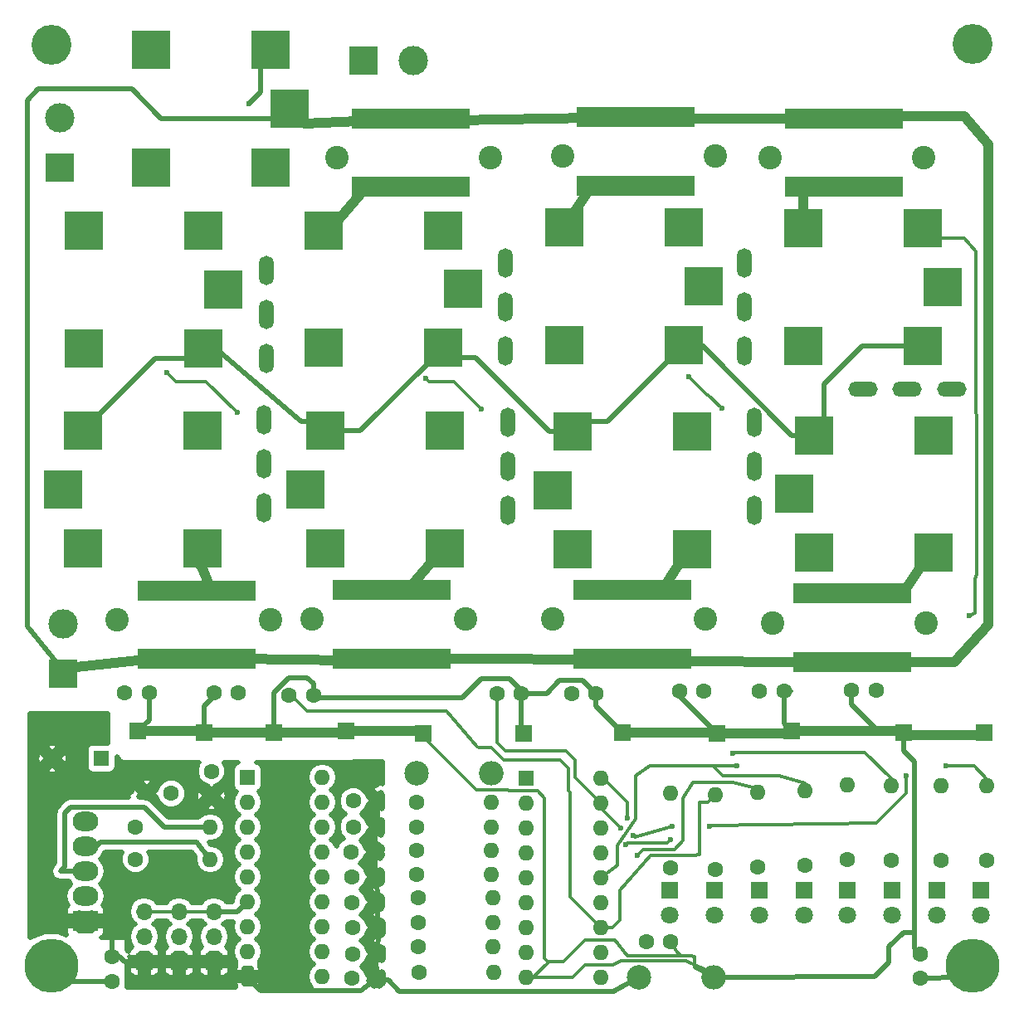
<source format=gbr>
G04 #@! TF.FileFunction,Copper,L1,Top,Signal*
%FSLAX46Y46*%
G04 Gerber Fmt 4.6, Leading zero omitted, Abs format (unit mm)*
G04 Created by KiCad (PCBNEW 4.0.7) date 09/11/18 13:09:52*
%MOMM*%
%LPD*%
G01*
G04 APERTURE LIST*
%ADD10C,0.100000*%
%ADD11R,1.800000X1.800000*%
%ADD12C,1.800000*%
%ADD13R,1.600000X1.600000*%
%ADD14O,1.600000X1.600000*%
%ADD15C,1.600000*%
%ADD16R,2.600000X2.000000*%
%ADD17O,2.600000X2.000000*%
%ADD18R,3.000000X3.000000*%
%ADD19C,3.000000*%
%ADD20R,1.700000X1.700000*%
%ADD21O,1.700000X1.700000*%
%ADD22C,4.064000*%
%ADD23C,5.500000*%
%ADD24C,1.700000*%
%ADD25R,12.000000X2.000000*%
%ADD26C,2.400000*%
%ADD27C,1.524000*%
%ADD28R,4.000000X4.000000*%
%ADD29O,1.500000X3.000000*%
%ADD30O,3.000000X1.500000*%
%ADD31C,2.500000*%
%ADD32O,2.500000X2.500000*%
%ADD33C,0.600000*%
%ADD34C,0.500000*%
%ADD35C,1.000000*%
%ADD36C,0.350000*%
G04 APERTURE END LIST*
D10*
D11*
X138811000Y-139319000D03*
D12*
X138811000Y-141859000D03*
D13*
X73025000Y-127762000D03*
D14*
X80645000Y-148082000D03*
X73025000Y-130302000D03*
X80645000Y-145542000D03*
X73025000Y-132842000D03*
X80645000Y-143002000D03*
X73025000Y-135382000D03*
X80645000Y-140462000D03*
X73025000Y-137922000D03*
X80645000Y-137922000D03*
X73025000Y-140462000D03*
X80645000Y-135382000D03*
X73025000Y-143002000D03*
X80645000Y-132842000D03*
X73025000Y-145542000D03*
X80645000Y-130302000D03*
X73025000Y-148082000D03*
X80645000Y-127762000D03*
D15*
X61595000Y-132842000D03*
D14*
X69215000Y-132842000D03*
D11*
X125222000Y-139319000D03*
D12*
X125222000Y-141859000D03*
D16*
X56494680Y-142438120D03*
D17*
X56494680Y-139898120D03*
X56494680Y-137358120D03*
X56494680Y-134818120D03*
X56494680Y-132278120D03*
D15*
X143764000Y-136271000D03*
D14*
X143764000Y-128651000D03*
D11*
X120650000Y-139319000D03*
D12*
X120650000Y-141859000D03*
D13*
X101473000Y-127889000D03*
D14*
X109093000Y-148209000D03*
X101473000Y-130429000D03*
X109093000Y-145669000D03*
X101473000Y-132969000D03*
X109093000Y-143129000D03*
X101473000Y-135509000D03*
X109093000Y-140589000D03*
X101473000Y-138049000D03*
X109093000Y-138049000D03*
X101473000Y-140589000D03*
X109093000Y-135509000D03*
X101473000Y-143129000D03*
X109093000Y-132969000D03*
X101473000Y-145669000D03*
X109093000Y-130429000D03*
X101473000Y-148209000D03*
X109093000Y-127889000D03*
D18*
X54203600Y-117195600D03*
D19*
X54203600Y-112115600D03*
D18*
X84836000Y-54610000D03*
D19*
X89916000Y-54610000D03*
D15*
X62992000Y-119126000D03*
X60492000Y-119126000D03*
X79756000Y-119380000D03*
X77256000Y-119380000D03*
X108585000Y-119253000D03*
X106085000Y-119253000D03*
X127762000Y-118973600D03*
X125262000Y-118973600D03*
X134670800Y-118859300D03*
X137170800Y-118859300D03*
X117094000Y-118973600D03*
X119594000Y-118973600D03*
X100965000Y-119189500D03*
X98465000Y-119189500D03*
X69596000Y-119126000D03*
X72096000Y-119126000D03*
X62738000Y-129413000D03*
X65238000Y-129413000D03*
D13*
X58102500Y-125857000D03*
D15*
X53102500Y-125857000D03*
D20*
X69596000Y-146558000D03*
D21*
X69596000Y-144018000D03*
X69596000Y-141478000D03*
D20*
X66040000Y-146558000D03*
D21*
X66040000Y-144018000D03*
X66040000Y-141478000D03*
D20*
X62484000Y-146558000D03*
D21*
X62484000Y-144018000D03*
X62484000Y-141478000D03*
D15*
X61595000Y-136144000D03*
D14*
X69215000Y-136144000D03*
D18*
X53848000Y-65532000D03*
D19*
X53848000Y-60452000D03*
D22*
X53000000Y-53000000D03*
D23*
X53000000Y-147000000D03*
X147002500Y-147002500D03*
D22*
X147002500Y-52959000D03*
D11*
X129794000Y-139319000D03*
D12*
X129794000Y-141859000D03*
D11*
X134239000Y-139319000D03*
D12*
X134239000Y-141859000D03*
D11*
X143383000Y-139319000D03*
D12*
X143383000Y-141859000D03*
D11*
X147828000Y-139319000D03*
D12*
X147828000Y-141859000D03*
D15*
X116141500Y-136969500D03*
D14*
X116141500Y-129349500D03*
D15*
X120777000Y-137160000D03*
D14*
X120777000Y-129540000D03*
D15*
X125095000Y-136906000D03*
D14*
X125095000Y-129286000D03*
D15*
X129857500Y-136715500D03*
D14*
X129857500Y-129095500D03*
D15*
X134239000Y-136144000D03*
D14*
X134239000Y-128524000D03*
D15*
X138684000Y-136271000D03*
D14*
X138684000Y-128651000D03*
D15*
X148463000Y-136271000D03*
D14*
X148463000Y-128651000D03*
D24*
X92249000Y-108633000D03*
X89249000Y-108633000D03*
X86249000Y-108633000D03*
X83249000Y-108633000D03*
X92249000Y-115633000D03*
X89249000Y-115633000D03*
X86249000Y-115633000D03*
X83249000Y-115633000D03*
D25*
X87749000Y-108633000D03*
X87749000Y-115633000D03*
D26*
X95249000Y-111633000D03*
X79629000Y-111633000D03*
D24*
X72335400Y-108709200D03*
X69335400Y-108709200D03*
X66335400Y-108709200D03*
X63335400Y-108709200D03*
X72335400Y-115709200D03*
X69335400Y-115709200D03*
X66335400Y-115709200D03*
X63335400Y-115709200D03*
D25*
X67835400Y-108709200D03*
X67835400Y-115709200D03*
D26*
X75335400Y-111709200D03*
X59715400Y-111709200D03*
D24*
X116760000Y-108633000D03*
X113760000Y-108633000D03*
X110760000Y-108633000D03*
X107760000Y-108633000D03*
X116760000Y-115633000D03*
X113760000Y-115633000D03*
X110760000Y-115633000D03*
X107760000Y-115633000D03*
D25*
X112260000Y-108633000D03*
X112260000Y-115633000D03*
D26*
X119760000Y-111633000D03*
X104140000Y-111633000D03*
D24*
X139239000Y-109014000D03*
X136239000Y-109014000D03*
X133239000Y-109014000D03*
X130239000Y-109014000D03*
X139239000Y-116014000D03*
X136239000Y-116014000D03*
X133239000Y-116014000D03*
X130239000Y-116014000D03*
D25*
X134739000Y-109014000D03*
X134739000Y-116014000D03*
D26*
X142239000Y-112014000D03*
X126619000Y-112014000D03*
D24*
X129366000Y-67516000D03*
X132366000Y-67516000D03*
X135366000Y-67516000D03*
X138366000Y-67516000D03*
X129366000Y-60516000D03*
X132366000Y-60516000D03*
X135366000Y-60516000D03*
X138366000Y-60516000D03*
D25*
X133866000Y-67516000D03*
X133866000Y-60516000D03*
D26*
X126366000Y-64516000D03*
X141986000Y-64516000D03*
D24*
X108157000Y-67389000D03*
X111157000Y-67389000D03*
X114157000Y-67389000D03*
X117157000Y-67389000D03*
X108157000Y-60389000D03*
X111157000Y-60389000D03*
X114157000Y-60389000D03*
X117157000Y-60389000D03*
D25*
X112657000Y-67389000D03*
X112657000Y-60389000D03*
D26*
X105157000Y-64389000D03*
X120777000Y-64389000D03*
D24*
X85170000Y-67516000D03*
X88170000Y-67516000D03*
X91170000Y-67516000D03*
X94170000Y-67516000D03*
X85170000Y-60516000D03*
X88170000Y-60516000D03*
X91170000Y-60516000D03*
X94170000Y-60516000D03*
D25*
X89670000Y-67516000D03*
X89670000Y-60516000D03*
D26*
X82170000Y-64516000D03*
X97790000Y-64516000D03*
D15*
X69342000Y-129667000D03*
X69342000Y-127167000D03*
D27*
X105188500Y-91472500D03*
X117388500Y-91472500D03*
X117388500Y-103472500D03*
X103188500Y-97472500D03*
X105188500Y-103472500D03*
X105188500Y-97472500D03*
X103188500Y-99472500D03*
X105188500Y-99472500D03*
X107188500Y-91472500D03*
X105188500Y-93472500D03*
X107188500Y-93472500D03*
X107188500Y-103472500D03*
X105188500Y-105472500D03*
X107188500Y-105472500D03*
X119388500Y-103472500D03*
X117388500Y-105472500D03*
X119388500Y-105472500D03*
X119388500Y-91472500D03*
X117388500Y-93472500D03*
X119388500Y-93472500D03*
D28*
X104188500Y-98472500D03*
X106188500Y-92472500D03*
X118388500Y-104472500D03*
X106188500Y-104472500D03*
X118388500Y-92472500D03*
D27*
X94011000Y-84943200D03*
X81811000Y-84943200D03*
X81811000Y-72943200D03*
X96011000Y-78943200D03*
X94011000Y-72943200D03*
X94011000Y-78943200D03*
X96011000Y-76943200D03*
X94011000Y-76943200D03*
X92011000Y-84943200D03*
X94011000Y-82943200D03*
X92011000Y-82943200D03*
X92011000Y-72943200D03*
X94011000Y-70943200D03*
X92011000Y-70943200D03*
X79811000Y-72943200D03*
X81811000Y-70943200D03*
X79811000Y-70943200D03*
X79811000Y-84943200D03*
X81811000Y-82943200D03*
X79811000Y-82943200D03*
D28*
X95011000Y-77943200D03*
X93011000Y-83943200D03*
X80811000Y-71943200D03*
X93011000Y-71943200D03*
X80811000Y-83943200D03*
D27*
X76332600Y-66538360D03*
X64132600Y-66538360D03*
X64132600Y-54538360D03*
X78332600Y-60538360D03*
X76332600Y-54538360D03*
X76332600Y-60538360D03*
X78332600Y-58538360D03*
X76332600Y-58538360D03*
X74332600Y-66538360D03*
X76332600Y-64538360D03*
X74332600Y-64538360D03*
X74332600Y-54538360D03*
X76332600Y-52538360D03*
X74332600Y-52538360D03*
X62132600Y-54538360D03*
X64132600Y-52538360D03*
X62132600Y-52538360D03*
X62132600Y-66538360D03*
X64132600Y-64538360D03*
X62132600Y-64538360D03*
D28*
X77332600Y-59538360D03*
X75332600Y-65538360D03*
X63132600Y-53538360D03*
X75332600Y-53538360D03*
X63132600Y-65538360D03*
D27*
X69500000Y-84994000D03*
X57300000Y-84994000D03*
X57300000Y-72994000D03*
X71500000Y-78994000D03*
X69500000Y-72994000D03*
X69500000Y-78994000D03*
X71500000Y-76994000D03*
X69500000Y-76994000D03*
X67500000Y-84994000D03*
X69500000Y-82994000D03*
X67500000Y-82994000D03*
X67500000Y-72994000D03*
X69500000Y-70994000D03*
X67500000Y-70994000D03*
X55300000Y-72994000D03*
X57300000Y-70994000D03*
X55300000Y-70994000D03*
X55300000Y-84994000D03*
X57300000Y-82994000D03*
X55300000Y-82994000D03*
D28*
X70500000Y-77994000D03*
X68500000Y-83994000D03*
X56300000Y-71994000D03*
X68500000Y-71994000D03*
X56300000Y-83994000D03*
D27*
X118547400Y-84673960D03*
X106347400Y-84673960D03*
X106347400Y-72673960D03*
X120547400Y-78673960D03*
X118547400Y-72673960D03*
X118547400Y-78673960D03*
X120547400Y-76673960D03*
X118547400Y-76673960D03*
X116547400Y-84673960D03*
X118547400Y-82673960D03*
X116547400Y-82673960D03*
X116547400Y-72673960D03*
X118547400Y-70673960D03*
X116547400Y-70673960D03*
X104347400Y-72673960D03*
X106347400Y-70673960D03*
X104347400Y-70673960D03*
X104347400Y-84673960D03*
X106347400Y-82673960D03*
X104347400Y-82673960D03*
D28*
X119547400Y-77673960D03*
X117547400Y-83673960D03*
X105347400Y-71673960D03*
X117547400Y-71673960D03*
X105347400Y-83673960D03*
D27*
X142906000Y-84765400D03*
X130706000Y-84765400D03*
X130706000Y-72765400D03*
X144906000Y-78765400D03*
X142906000Y-72765400D03*
X142906000Y-78765400D03*
X144906000Y-76765400D03*
X142906000Y-76765400D03*
X140906000Y-84765400D03*
X142906000Y-82765400D03*
X140906000Y-82765400D03*
X140906000Y-72765400D03*
X142906000Y-70765400D03*
X140906000Y-70765400D03*
X128706000Y-72765400D03*
X130706000Y-70765400D03*
X128706000Y-70765400D03*
X128706000Y-84765400D03*
X130706000Y-82765400D03*
X128706000Y-82765400D03*
D28*
X143906000Y-77765400D03*
X141906000Y-83765400D03*
X129706000Y-71765400D03*
X141906000Y-71765400D03*
X129706000Y-83765400D03*
D27*
X129826500Y-91853500D03*
X142026500Y-91853500D03*
X142026500Y-103853500D03*
X127826500Y-97853500D03*
X129826500Y-103853500D03*
X129826500Y-97853500D03*
X127826500Y-99853500D03*
X129826500Y-99853500D03*
X131826500Y-91853500D03*
X129826500Y-93853500D03*
X131826500Y-93853500D03*
X131826500Y-103853500D03*
X129826500Y-105853500D03*
X131826500Y-105853500D03*
X144026500Y-103853500D03*
X142026500Y-105853500D03*
X144026500Y-105853500D03*
X144026500Y-91853500D03*
X142026500Y-93853500D03*
X144026500Y-93853500D03*
D28*
X128826500Y-98853500D03*
X130826500Y-92853500D03*
X143026500Y-104853500D03*
X130826500Y-104853500D03*
X143026500Y-92853500D03*
D27*
X79915500Y-91409000D03*
X92115500Y-91409000D03*
X92115500Y-103409000D03*
X77915500Y-97409000D03*
X79915500Y-103409000D03*
X79915500Y-97409000D03*
X77915500Y-99409000D03*
X79915500Y-99409000D03*
X81915500Y-91409000D03*
X79915500Y-93409000D03*
X81915500Y-93409000D03*
X81915500Y-103409000D03*
X79915500Y-105409000D03*
X81915500Y-105409000D03*
X94115500Y-103409000D03*
X92115500Y-105409000D03*
X94115500Y-105409000D03*
X94115500Y-91409000D03*
X92115500Y-93409000D03*
X94115500Y-93409000D03*
D28*
X78915500Y-98409000D03*
X80915500Y-92409000D03*
X93115500Y-104409000D03*
X80915500Y-104409000D03*
X93115500Y-92409000D03*
D27*
X55214000Y-91409000D03*
X67414000Y-91409000D03*
X67414000Y-103409000D03*
X53214000Y-97409000D03*
X55214000Y-103409000D03*
X55214000Y-97409000D03*
X53214000Y-99409000D03*
X55214000Y-99409000D03*
X57214000Y-91409000D03*
X55214000Y-93409000D03*
X57214000Y-93409000D03*
X57214000Y-103409000D03*
X55214000Y-105409000D03*
X57214000Y-105409000D03*
X69414000Y-103409000D03*
X67414000Y-105409000D03*
X69414000Y-105409000D03*
X69414000Y-91409000D03*
X67414000Y-93409000D03*
X69414000Y-93409000D03*
D28*
X54214000Y-98409000D03*
X56214000Y-92409000D03*
X68414000Y-104409000D03*
X56214000Y-104409000D03*
X68414000Y-92409000D03*
D29*
X74930000Y-80518000D03*
X74930000Y-85018000D03*
X74930000Y-76018000D03*
X99314000Y-79756000D03*
X99314000Y-84256000D03*
X99314000Y-75256000D03*
X123698000Y-79756000D03*
X123698000Y-84256000D03*
X123698000Y-75256000D03*
X124714000Y-96012000D03*
X124714000Y-91512000D03*
X124714000Y-100512000D03*
X99568000Y-96012000D03*
X99568000Y-91512000D03*
X99568000Y-100512000D03*
X74676000Y-95758000D03*
X74676000Y-91258000D03*
X74676000Y-100258000D03*
D30*
X140335000Y-88138000D03*
X135835000Y-88138000D03*
X144835000Y-88138000D03*
D20*
X61849000Y-123063000D03*
X68580000Y-123190000D03*
X75692000Y-123190000D03*
X83058000Y-123063000D03*
X90932000Y-123317000D03*
X101219000Y-123317000D03*
X111252000Y-123190000D03*
X120904000Y-123317000D03*
X128524000Y-123063000D03*
X139954000Y-123190000D03*
X148209000Y-123190000D03*
D15*
X90297000Y-130302000D03*
D14*
X97917000Y-130302000D03*
D15*
X90297000Y-132842000D03*
D14*
X97917000Y-132842000D03*
D15*
X90297000Y-135255000D03*
D14*
X97917000Y-135255000D03*
D15*
X90297000Y-137668000D03*
D14*
X97917000Y-137668000D03*
D15*
X90424000Y-140081000D03*
D14*
X98044000Y-140081000D03*
D15*
X90424000Y-142621000D03*
D14*
X98044000Y-142621000D03*
D15*
X90424000Y-145034000D03*
D14*
X98044000Y-145034000D03*
D15*
X90551000Y-147701000D03*
D14*
X98171000Y-147701000D03*
D11*
X116078000Y-139319000D03*
D12*
X116078000Y-141859000D03*
D15*
X83820000Y-130175000D03*
X86320000Y-130175000D03*
X83820000Y-132842000D03*
X86320000Y-132842000D03*
X83566000Y-135382000D03*
X86066000Y-135382000D03*
X83693000Y-137922000D03*
X86193000Y-137922000D03*
X83693000Y-140525500D03*
X86193000Y-140525500D03*
X83756500Y-143129000D03*
X86256500Y-143129000D03*
X83756500Y-145796000D03*
X86256500Y-145796000D03*
X83693000Y-148272500D03*
X86193000Y-148272500D03*
D31*
X112966500Y-148145500D03*
D32*
X120586500Y-148145500D03*
D31*
X90297000Y-127381000D03*
D32*
X97917000Y-127381000D03*
D15*
X113710720Y-144556480D03*
X116210720Y-144556480D03*
X59182000Y-148590000D03*
X59182000Y-146090000D03*
X141686280Y-148280120D03*
X141686280Y-145780120D03*
D33*
X112776000Y-135763000D03*
X122936000Y-126619000D03*
X146685000Y-111302800D03*
X122555000Y-125349000D03*
X121412000Y-90106500D03*
X118046500Y-86868000D03*
X116205000Y-134112000D03*
X111633000Y-134620000D03*
X111061500Y-132905500D03*
X91186000Y-87058500D03*
X96837500Y-90170000D03*
X144272000Y-126619000D03*
X140208000Y-127571500D03*
X120142000Y-132778500D03*
X116332000Y-132778500D03*
X112395000Y-133731000D03*
X111760000Y-131953000D03*
X71945500Y-90551000D03*
X64770000Y-86423500D03*
X73152000Y-59055000D03*
D34*
X54203600Y-117195600D02*
X54203600Y-116814600D01*
X54203600Y-116814600D02*
X50546000Y-112395000D01*
X64221360Y-60538360D02*
X76332600Y-60538360D01*
X61214000Y-57531000D02*
X64221360Y-60538360D01*
X51689000Y-57531000D02*
X61214000Y-57531000D01*
X50546000Y-58674000D02*
X51689000Y-57531000D01*
X50546000Y-112395000D02*
X50546000Y-58674000D01*
D35*
X139239000Y-116014000D02*
X145098000Y-116014000D01*
X146177000Y-60325000D02*
X138557000Y-60325000D01*
X148615400Y-63144400D02*
X146177000Y-60325000D01*
X148615400Y-112166400D02*
X148615400Y-63144400D01*
X145098000Y-116014000D02*
X148615400Y-112166400D01*
X138557000Y-60325000D02*
X138366000Y-60516000D01*
X63335400Y-115709200D02*
X54775600Y-116623600D01*
X54775600Y-116623600D02*
X54203600Y-117195600D01*
D34*
X63081900Y-115455700D02*
X63335400Y-115709200D01*
D35*
X89670000Y-60516000D02*
X78818240Y-61024000D01*
X78818240Y-61024000D02*
X78332600Y-60538360D01*
X112657000Y-60389000D02*
X94360500Y-60706500D01*
X94360500Y-60706500D02*
X94170000Y-60516000D01*
X133866000Y-60516000D02*
X112847500Y-60579500D01*
X112847500Y-60579500D02*
X112657000Y-60389000D01*
X92249000Y-115633000D02*
X112133000Y-115760000D01*
X112133000Y-115760000D02*
X112260000Y-115633000D01*
X72335400Y-115709200D02*
X83058500Y-115823500D01*
X83058500Y-115823500D02*
X83249000Y-115633000D01*
X130239000Y-116014000D02*
X117077500Y-115950500D01*
X117077500Y-115950500D02*
X116760000Y-115633000D01*
X87749000Y-108633000D02*
X89336000Y-108633000D01*
X89336000Y-108633000D02*
X92115500Y-105409000D01*
X134739000Y-109014000D02*
X139882000Y-109014000D01*
X139882000Y-109014000D02*
X142026500Y-105853500D01*
X106347400Y-70673960D02*
X106347400Y-70087600D01*
X106347400Y-70087600D02*
X108157000Y-67389000D01*
X69335400Y-108709200D02*
X68294000Y-106289000D01*
X68294000Y-106289000D02*
X67414000Y-105409000D01*
X112260000Y-108633000D02*
X115307500Y-108633000D01*
X115307500Y-108633000D02*
X117388500Y-105472500D01*
X129706000Y-71765400D02*
X129706000Y-67856000D01*
X129706000Y-67856000D02*
X129366000Y-67516000D01*
X81811000Y-70943200D02*
X82250800Y-70943200D01*
X82250800Y-70943200D02*
X85170000Y-67516000D01*
D34*
X66040000Y-146558000D02*
X69596000Y-146558000D01*
X62484000Y-146558000D02*
X66040000Y-146558000D01*
X59182000Y-146090000D02*
X59984000Y-146090000D01*
X60452000Y-146558000D02*
X62484000Y-146558000D01*
X59984000Y-146090000D02*
X60452000Y-146558000D01*
X56494680Y-142438120D02*
X58491120Y-142438120D01*
X59182000Y-143129000D02*
X59182000Y-146090000D01*
X58491120Y-142438120D02*
X59182000Y-143129000D01*
X86066000Y-135382000D02*
X86066000Y-137795000D01*
X86066000Y-137795000D02*
X86193000Y-137922000D01*
X86193000Y-137922000D02*
X86320000Y-140398500D01*
X86320000Y-140398500D02*
X86193000Y-140525500D01*
X86193000Y-140525500D02*
X86383500Y-143002000D01*
X86383500Y-143002000D02*
X86256500Y-143129000D01*
X86256500Y-145796000D02*
X86383500Y-143256000D01*
X86383500Y-143256000D02*
X86256500Y-143129000D01*
X86193000Y-148272500D02*
X86129500Y-145923000D01*
X86129500Y-145923000D02*
X86256500Y-145796000D01*
X86066000Y-135382000D02*
X86066000Y-133096000D01*
X86066000Y-133096000D02*
X86320000Y-132842000D01*
X86320000Y-130175000D02*
X86320000Y-132842000D01*
X73025000Y-148082000D02*
X73025000Y-148209000D01*
X73025000Y-148209000D02*
X74358500Y-149542500D01*
X74358500Y-149542500D02*
X84605500Y-149542500D01*
X84605500Y-149542500D02*
X86193000Y-148272500D01*
X86193000Y-148272500D02*
X87376000Y-148463000D01*
X110363000Y-149606000D02*
X112966500Y-148145500D01*
X88519000Y-149606000D02*
X110363000Y-149606000D01*
X87376000Y-148463000D02*
X88519000Y-149606000D01*
D36*
X119126000Y-130302000D02*
X120015000Y-130302000D01*
X119126000Y-135636000D02*
X119126000Y-130302000D01*
X118554500Y-135763000D02*
X119126000Y-135636000D01*
X114109500Y-135763000D02*
X118554500Y-135763000D01*
X110998000Y-139319000D02*
X114109500Y-135763000D01*
X110998000Y-142367000D02*
X110998000Y-139319000D01*
X110236000Y-143129000D02*
X110998000Y-142367000D01*
X109093000Y-143129000D02*
X110236000Y-143129000D01*
X120015000Y-130302000D02*
X120777000Y-129540000D01*
X96596200Y-124714000D02*
X97917000Y-124714000D01*
X97917000Y-124714000D02*
X99187000Y-125984000D01*
X99187000Y-125984000D02*
X104902000Y-125984000D01*
X104902000Y-125984000D02*
X105791000Y-126873000D01*
X105918000Y-139954000D02*
X109093000Y-143129000D01*
X105918000Y-129286000D02*
X105918000Y-139954000D01*
X105791000Y-129159000D02*
X105918000Y-129286000D01*
X105791000Y-126873000D02*
X105791000Y-129159000D01*
X96469200Y-124675900D02*
X96596200Y-124714000D01*
X79081000Y-120967500D02*
X77152500Y-119039000D01*
X93281500Y-120967500D02*
X79081000Y-120967500D01*
X96469200Y-124675900D02*
X93281500Y-120967500D01*
X122555000Y-128270000D02*
X124587000Y-128778000D01*
X124587000Y-128778000D02*
X125095000Y-129286000D01*
X112776000Y-135763000D02*
X113411000Y-135128000D01*
X113411000Y-135128000D02*
X116586000Y-135128000D01*
X116586000Y-135128000D02*
X117475000Y-134239000D01*
X117475000Y-134239000D02*
X117475000Y-129921000D01*
X117475000Y-129921000D02*
X118491000Y-128270000D01*
X118491000Y-128270000D02*
X122555000Y-128270000D01*
X129857500Y-129095500D02*
X129857500Y-128333500D01*
X129857500Y-128333500D02*
X127254000Y-127635000D01*
X127254000Y-127635000D02*
X121539000Y-127635000D01*
X121539000Y-127635000D02*
X120523000Y-126619000D01*
X112649000Y-132016500D02*
X112649000Y-127571500D01*
X112649000Y-127571500D02*
X114046000Y-126619000D01*
X114046000Y-126619000D02*
X120523000Y-126619000D01*
X120523000Y-126619000D02*
X122936000Y-126619000D01*
X110744000Y-136715500D02*
X109093000Y-138049000D01*
X110744000Y-134683500D02*
X110744000Y-136715500D01*
X112649000Y-132016500D02*
X110744000Y-134683500D01*
X147447000Y-107061000D02*
X147320000Y-74117200D01*
X147320000Y-74117200D02*
X146171400Y-72765400D01*
X146171400Y-72765400D02*
X142906000Y-72765400D01*
X147218400Y-107518200D02*
X147447000Y-107061000D01*
X147218400Y-110998000D02*
X147218400Y-107518200D01*
X146685000Y-111302800D02*
X147218400Y-110998000D01*
X122555000Y-125349000D02*
X122682000Y-125222000D01*
X122682000Y-125222000D02*
X136017000Y-125222000D01*
X136017000Y-125222000D02*
X138684000Y-127889000D01*
X138684000Y-127889000D02*
X138684000Y-128651000D01*
X121412000Y-90106500D02*
X120015000Y-88709500D01*
X120015000Y-88709500D02*
X119888000Y-88709500D01*
X119888000Y-88709500D02*
X118046500Y-86868000D01*
X109093000Y-130429000D02*
X109093000Y-130937000D01*
X109093000Y-130937000D02*
X111061500Y-132905500D01*
X115824000Y-134493000D02*
X116205000Y-134112000D01*
X111760000Y-134493000D02*
X115824000Y-134493000D01*
X111633000Y-134620000D02*
X111760000Y-134493000D01*
X109093000Y-130429000D02*
X109347000Y-130429000D01*
X98465000Y-119189500D02*
X98465000Y-124246000D01*
X98465000Y-124246000D02*
X99314000Y-125095000D01*
X99314000Y-125095000D02*
X105537000Y-125095000D01*
X105537000Y-125095000D02*
X106426000Y-125984000D01*
X98465000Y-119189500D02*
X98465000Y-119420000D01*
X106426000Y-127762000D02*
X109093000Y-130429000D01*
X106426000Y-125984000D02*
X106426000Y-127762000D01*
X98298000Y-119356500D02*
X98465000Y-119189500D01*
X91503500Y-87376000D02*
X91186000Y-87058500D01*
X94043500Y-87376000D02*
X91503500Y-87376000D01*
X96837500Y-90170000D02*
X94043500Y-87376000D01*
X92011000Y-72943200D02*
X92011000Y-73343000D01*
X109093000Y-127889000D02*
X109347000Y-127889000D01*
X109347000Y-127889000D02*
X111760000Y-130302000D01*
X147129500Y-126619000D02*
X148463000Y-127952500D01*
X144272000Y-126619000D02*
X147129500Y-126619000D01*
X140208000Y-129413000D02*
X140208000Y-127571500D01*
X137160000Y-132461000D02*
X140208000Y-129413000D01*
X120205500Y-132715000D02*
X137160000Y-132461000D01*
X120142000Y-132778500D02*
X120205500Y-132715000D01*
X112522000Y-133858000D02*
X116332000Y-132778500D01*
X112395000Y-133731000D02*
X112522000Y-133858000D01*
X111760000Y-130302000D02*
X111760000Y-131953000D01*
X148463000Y-127952500D02*
X148463000Y-128651000D01*
X71945500Y-90551000D02*
X68770500Y-87376000D01*
X68770500Y-87376000D02*
X65722500Y-87376000D01*
X65722500Y-87376000D02*
X64770000Y-86423500D01*
D34*
X73152000Y-59055000D02*
X74332600Y-57874400D01*
X74332600Y-57874400D02*
X74332600Y-54538360D01*
D36*
X67500000Y-72994000D02*
X67214000Y-72994000D01*
D34*
X69596000Y-141478000D02*
X72009000Y-141478000D01*
X72009000Y-141478000D02*
X73025000Y-140462000D01*
D36*
X66040000Y-141478000D02*
X62484000Y-141478000D01*
X69596000Y-141478000D02*
X66040000Y-141478000D01*
D34*
X56494680Y-134818120D02*
X57586880Y-134818120D01*
X57586880Y-134818120D02*
X58039000Y-134366000D01*
X58039000Y-134366000D02*
X67818000Y-134366000D01*
X67818000Y-134366000D02*
X69215000Y-136144000D01*
X56494680Y-137358120D02*
X53919120Y-137358120D01*
X53919120Y-137358120D02*
X54356000Y-136921240D01*
X54356000Y-136921240D02*
X54356000Y-131445000D01*
X54356000Y-131445000D02*
X54991000Y-130810000D01*
X54991000Y-130810000D02*
X62484000Y-130810000D01*
X62484000Y-130810000D02*
X64516000Y-132842000D01*
X64516000Y-132842000D02*
X69215000Y-132842000D01*
X141097000Y-143586200D02*
X139923520Y-143586200D01*
X138470640Y-146634200D02*
X137013916Y-148090924D01*
X138470640Y-145039080D02*
X138470640Y-146634200D01*
X139923520Y-143586200D02*
X138470640Y-145039080D01*
X141686280Y-145780120D02*
X141581500Y-145709000D01*
X141581500Y-145709000D02*
X141097000Y-145224500D01*
D36*
X116210720Y-144556480D02*
X116723800Y-145502000D01*
X116723800Y-145502000D02*
X117170200Y-145948400D01*
X90932000Y-123317000D02*
X90932000Y-123634500D01*
X90932000Y-123634500D02*
X96329500Y-129032000D01*
X103314500Y-146240500D02*
X103695500Y-146621500D01*
X103314500Y-129857500D02*
X103314500Y-146240500D01*
X102616000Y-129159000D02*
X103314500Y-129857500D01*
X99695000Y-129159000D02*
X102616000Y-129159000D01*
X99568000Y-129032000D02*
X99695000Y-129159000D01*
X96329500Y-129032000D02*
X99568000Y-129032000D01*
D34*
X120586500Y-148145500D02*
X137013916Y-148090924D01*
X139954000Y-125031500D02*
X139954000Y-123190000D01*
X141097000Y-126174500D02*
X139954000Y-125031500D01*
X141097000Y-145224500D02*
X141097000Y-143586200D01*
X141097000Y-143586200D02*
X141097000Y-126174500D01*
X62992000Y-119126000D02*
X62992000Y-121920000D01*
X62992000Y-121920000D02*
X61849000Y-123063000D01*
X69596000Y-119126000D02*
X69596000Y-119507000D01*
X69596000Y-119507000D02*
X68580000Y-120523000D01*
X68580000Y-120523000D02*
X68580000Y-123190000D01*
X79756000Y-119380000D02*
X79756000Y-118237000D01*
X79756000Y-118237000D02*
X79121000Y-117602000D01*
X79121000Y-117602000D02*
X77216000Y-117602000D01*
X77216000Y-117602000D02*
X75692000Y-119126000D01*
X75692000Y-119126000D02*
X75692000Y-123190000D01*
X134670800Y-118859300D02*
X134670800Y-120319800D01*
X137541000Y-123190000D02*
X139954000Y-123190000D01*
X134670800Y-120319800D02*
X137541000Y-123190000D01*
X127762000Y-118973600D02*
X127762000Y-122301000D01*
X127762000Y-122301000D02*
X128524000Y-123063000D01*
X117094000Y-118973600D02*
X117094000Y-119507000D01*
X117094000Y-119507000D02*
X120904000Y-123317000D01*
X108585000Y-119253000D02*
X108585000Y-120523000D01*
X108585000Y-120523000D02*
X111252000Y-123190000D01*
X100965000Y-119189500D02*
X100965000Y-123063000D01*
X100965000Y-123063000D02*
X101219000Y-123317000D01*
D35*
X83058000Y-123063000D02*
X90678000Y-123063000D01*
X128524000Y-123063000D02*
X139827000Y-123063000D01*
X139827000Y-123063000D02*
X139954000Y-123190000D01*
X120904000Y-123317000D02*
X128270000Y-123317000D01*
X128270000Y-123317000D02*
X128524000Y-123063000D01*
X111252000Y-123190000D02*
X120777000Y-123190000D01*
X120777000Y-123190000D02*
X120904000Y-123317000D01*
X90678000Y-123063000D02*
X90932000Y-123317000D01*
X75692000Y-123190000D02*
X82931000Y-123190000D01*
X82931000Y-123190000D02*
X83058000Y-123063000D01*
X68580000Y-123190000D02*
X75692000Y-123190000D01*
X61849000Y-123063000D02*
X68453000Y-123063000D01*
X68453000Y-123063000D02*
X68580000Y-123190000D01*
D36*
X101473000Y-148209000D02*
X102108000Y-148209000D01*
X102108000Y-148209000D02*
X103695500Y-146621500D01*
X103695500Y-146621500D02*
X103759000Y-146558000D01*
X103759000Y-146558000D02*
X105283000Y-146558000D01*
X105283000Y-146558000D02*
X107442000Y-144399000D01*
X107442000Y-144399000D02*
X110490000Y-144399000D01*
X110490000Y-144399000D02*
X111734600Y-145948400D01*
X111734600Y-145948400D02*
X117170200Y-145948400D01*
X117170200Y-145948400D02*
X118211600Y-145948400D01*
X118211600Y-145948400D02*
X118618000Y-146050000D01*
X118618000Y-146050000D02*
X118618000Y-147193000D01*
X118618000Y-147193000D02*
X120586500Y-148145500D01*
X120586500Y-148145500D02*
X120586500Y-147764500D01*
X120586500Y-147764500D02*
X117703600Y-146481800D01*
X117703600Y-146481800D02*
X111099600Y-146481800D01*
X111099600Y-146481800D02*
X110363000Y-146939000D01*
X110363000Y-146939000D02*
X107442000Y-146939000D01*
X107442000Y-146939000D02*
X106172000Y-148209000D01*
X106172000Y-148209000D02*
X101473000Y-148209000D01*
X128524000Y-123063000D02*
X128524000Y-122936000D01*
X101219000Y-123317000D02*
X101244400Y-123317000D01*
D35*
X148209000Y-123444000D02*
X139903200Y-123444000D01*
D34*
X100965000Y-119189500D02*
X103543100Y-119189500D01*
X105257600Y-117906800D02*
X105257600Y-117856000D01*
X104825800Y-117906800D02*
X105257600Y-117906800D01*
X103543100Y-119189500D02*
X104825800Y-117906800D01*
X100965000Y-119189500D02*
X100965000Y-118897400D01*
X100965000Y-118897400D02*
X99771200Y-117703600D01*
X94894400Y-119684800D02*
X80060800Y-119684800D01*
X96875600Y-117703600D02*
X94894400Y-119684800D01*
X99771200Y-117703600D02*
X96875600Y-117703600D01*
X80060800Y-119684800D02*
X79756000Y-119380000D01*
X100965000Y-119189500D02*
X101485700Y-119189500D01*
X105257600Y-117856000D02*
X107188000Y-117856000D01*
X107188000Y-117856000D02*
X108585000Y-119253000D01*
X127762000Y-118973600D02*
X128473200Y-118973600D01*
X62992000Y-119126000D02*
X62992000Y-119316500D01*
X131826500Y-91853500D02*
X131826500Y-87629500D01*
X135690600Y-83765400D02*
X141906000Y-83765400D01*
X131826500Y-87629500D02*
X135690600Y-83765400D01*
X130826500Y-92853500D02*
X128540500Y-92853500D01*
X128540500Y-92853500D02*
X119360960Y-83673960D01*
X119360960Y-83673960D02*
X117547400Y-83673960D01*
X107188500Y-91472500D02*
X109748860Y-91472500D01*
X109748860Y-91472500D02*
X116547400Y-84673960D01*
X106188500Y-92472500D02*
X103775500Y-92472500D01*
X96246200Y-84943200D02*
X94011000Y-84943200D01*
X103775500Y-92472500D02*
X96246200Y-84943200D01*
X80915500Y-92409000D02*
X84545200Y-92409000D01*
X84545200Y-92409000D02*
X92011000Y-84943200D01*
X68500000Y-83994000D02*
X69770000Y-83994000D01*
X69770000Y-83994000D02*
X78486000Y-91440000D01*
X78486000Y-91440000D02*
X79915500Y-91409000D01*
X67500000Y-84994000D02*
X63629000Y-84994000D01*
X63629000Y-84994000D02*
X57214000Y-91409000D01*
D36*
X118872000Y-84998560D02*
X118547400Y-84673960D01*
X91145360Y-85808840D02*
X92011000Y-84943200D01*
X107442000Y-91219000D02*
X107188500Y-91472500D01*
X131572000Y-91599000D02*
X131826500Y-91853500D01*
D34*
X59182000Y-148590000D02*
X54590000Y-148590000D01*
X54590000Y-148590000D02*
X53000000Y-147000000D01*
X141686280Y-148280120D02*
X145796000Y-148209000D01*
X145796000Y-148209000D02*
X147002500Y-147002500D01*
G36*
X80021475Y-126329987D02*
X79518618Y-126665984D01*
X79182621Y-127168841D01*
X79064634Y-127762000D01*
X79182621Y-128355159D01*
X79518618Y-128858016D01*
X79779004Y-129032000D01*
X79518618Y-129205984D01*
X79182621Y-129708841D01*
X79064634Y-130302000D01*
X79182621Y-130895159D01*
X79518618Y-131398016D01*
X79779004Y-131572000D01*
X79518618Y-131745984D01*
X79182621Y-132248841D01*
X79064634Y-132842000D01*
X79182621Y-133435159D01*
X79518618Y-133938016D01*
X79779004Y-134112000D01*
X79518618Y-134285984D01*
X79182621Y-134788841D01*
X79064634Y-135382000D01*
X79182621Y-135975159D01*
X79518618Y-136478016D01*
X79779004Y-136652000D01*
X79518618Y-136825984D01*
X79182621Y-137328841D01*
X79064634Y-137922000D01*
X79182621Y-138515159D01*
X79518618Y-139018016D01*
X79779004Y-139192000D01*
X79518618Y-139365984D01*
X79182621Y-139868841D01*
X79064634Y-140462000D01*
X79182621Y-141055159D01*
X79518618Y-141558016D01*
X79779004Y-141732000D01*
X79518618Y-141905984D01*
X79182621Y-142408841D01*
X79064634Y-143002000D01*
X79182621Y-143595159D01*
X79518618Y-144098016D01*
X79779004Y-144272000D01*
X79518618Y-144445984D01*
X79182621Y-144948841D01*
X79064634Y-145542000D01*
X79182621Y-146135159D01*
X79518618Y-146638016D01*
X79779004Y-146812000D01*
X79518618Y-146985984D01*
X79182621Y-147488841D01*
X79064634Y-148082000D01*
X79182621Y-148675159D01*
X79516603Y-149175000D01*
X74275002Y-149175000D01*
X74275002Y-148974061D01*
X74449665Y-148712631D01*
X74333737Y-148482000D01*
X73425000Y-148482000D01*
X73425000Y-148882000D01*
X72625000Y-148882000D01*
X72625000Y-148482000D01*
X71716263Y-148482000D01*
X71600335Y-148712631D01*
X71774998Y-148974061D01*
X71774998Y-149175000D01*
X60702000Y-149175000D01*
X60702000Y-148971265D01*
X60731730Y-148899667D01*
X60732268Y-148283039D01*
X60702000Y-148209785D01*
X60702000Y-147172500D01*
X60876000Y-147172500D01*
X60876000Y-147558775D01*
X60991398Y-147837372D01*
X61204627Y-148050601D01*
X61483224Y-148166000D01*
X61869500Y-148166000D01*
X62059000Y-147976500D01*
X62059000Y-146983000D01*
X62909000Y-146983000D01*
X62909000Y-147976500D01*
X63098500Y-148166000D01*
X63484776Y-148166000D01*
X63763373Y-148050601D01*
X63976602Y-147837372D01*
X64092000Y-147558775D01*
X64092000Y-147172500D01*
X64432000Y-147172500D01*
X64432000Y-147558775D01*
X64547398Y-147837372D01*
X64760627Y-148050601D01*
X65039224Y-148166000D01*
X65425500Y-148166000D01*
X65615000Y-147976500D01*
X65615000Y-146983000D01*
X66465000Y-146983000D01*
X66465000Y-147976500D01*
X66654500Y-148166000D01*
X67040776Y-148166000D01*
X67319373Y-148050601D01*
X67532602Y-147837372D01*
X67648000Y-147558775D01*
X67648000Y-147172500D01*
X67988000Y-147172500D01*
X67988000Y-147558775D01*
X68103398Y-147837372D01*
X68316627Y-148050601D01*
X68595224Y-148166000D01*
X68981500Y-148166000D01*
X69171000Y-147976500D01*
X69171000Y-146983000D01*
X70021000Y-146983000D01*
X70021000Y-147976500D01*
X70210500Y-148166000D01*
X70596776Y-148166000D01*
X70875373Y-148050601D01*
X71088602Y-147837372D01*
X71204000Y-147558775D01*
X71204000Y-147172500D01*
X71014500Y-146983000D01*
X70021000Y-146983000D01*
X69171000Y-146983000D01*
X68177500Y-146983000D01*
X67988000Y-147172500D01*
X67648000Y-147172500D01*
X67458500Y-146983000D01*
X66465000Y-146983000D01*
X65615000Y-146983000D01*
X64621500Y-146983000D01*
X64432000Y-147172500D01*
X64092000Y-147172500D01*
X63902500Y-146983000D01*
X62909000Y-146983000D01*
X62059000Y-146983000D01*
X61065500Y-146983000D01*
X60876000Y-147172500D01*
X60702000Y-147172500D01*
X60702000Y-146809584D01*
X61185677Y-146325907D01*
X60949770Y-146090000D01*
X60986135Y-146053635D01*
X61065500Y-146133000D01*
X62059000Y-146133000D01*
X62059000Y-145708000D01*
X62909000Y-145708000D01*
X62909000Y-146133000D01*
X63902500Y-146133000D01*
X64092000Y-145943500D01*
X64092000Y-145557225D01*
X63976602Y-145278628D01*
X63763373Y-145065399D01*
X63734002Y-145053233D01*
X63734002Y-145018739D01*
X63993553Y-144630293D01*
X64115346Y-144018000D01*
X63993553Y-143405707D01*
X63646717Y-142886629D01*
X63439244Y-142748000D01*
X63646717Y-142609371D01*
X63784609Y-142403000D01*
X64739391Y-142403000D01*
X64877283Y-142609371D01*
X65084756Y-142748000D01*
X64877283Y-142886629D01*
X64530447Y-143405707D01*
X64408654Y-144018000D01*
X64530447Y-144630293D01*
X64789998Y-145018739D01*
X64789998Y-145053233D01*
X64760627Y-145065399D01*
X64547398Y-145278628D01*
X64432000Y-145557225D01*
X64432000Y-145943500D01*
X64621500Y-146133000D01*
X65615000Y-146133000D01*
X65615000Y-145708000D01*
X66465000Y-145708000D01*
X66465000Y-146133000D01*
X67458500Y-146133000D01*
X67648000Y-145943500D01*
X67648000Y-145557225D01*
X67532602Y-145278628D01*
X67319373Y-145065399D01*
X67290002Y-145053233D01*
X67290002Y-145018739D01*
X67549553Y-144630293D01*
X67671346Y-144018000D01*
X67549553Y-143405707D01*
X67202717Y-142886629D01*
X66995244Y-142748000D01*
X67202717Y-142609371D01*
X67340609Y-142403000D01*
X68295391Y-142403000D01*
X68433283Y-142609371D01*
X68640756Y-142748000D01*
X68433283Y-142886629D01*
X68086447Y-143405707D01*
X67964654Y-144018000D01*
X68086447Y-144630293D01*
X68345998Y-145018739D01*
X68345998Y-145053233D01*
X68316627Y-145065399D01*
X68103398Y-145278628D01*
X67988000Y-145557225D01*
X67988000Y-145943500D01*
X68177500Y-146133000D01*
X69171000Y-146133000D01*
X69171000Y-145708000D01*
X70021000Y-145708000D01*
X70021000Y-146133000D01*
X71014500Y-146133000D01*
X71204000Y-145943500D01*
X71204000Y-145557225D01*
X71088602Y-145278628D01*
X70875373Y-145065399D01*
X70846002Y-145053233D01*
X70846002Y-145018739D01*
X71105553Y-144630293D01*
X71227346Y-144018000D01*
X71105553Y-143405707D01*
X70758717Y-142886629D01*
X70551244Y-142748000D01*
X70758717Y-142609371D01*
X70846496Y-142478000D01*
X71548864Y-142478000D01*
X71444634Y-143002000D01*
X71562621Y-143595159D01*
X71898618Y-144098016D01*
X72159004Y-144272000D01*
X71898618Y-144445984D01*
X71562621Y-144948841D01*
X71444634Y-145542000D01*
X71562621Y-146135159D01*
X71822435Y-146524000D01*
X71774998Y-146524000D01*
X71774998Y-147189939D01*
X71600335Y-147451369D01*
X71716263Y-147682000D01*
X72625000Y-147682000D01*
X72625000Y-147282000D01*
X73425000Y-147282000D01*
X73425000Y-147682000D01*
X74333737Y-147682000D01*
X74449665Y-147451369D01*
X74275002Y-147189939D01*
X74275002Y-146524000D01*
X74227565Y-146524000D01*
X74487379Y-146135159D01*
X74605366Y-145542000D01*
X74487379Y-144948841D01*
X74151382Y-144445984D01*
X73890996Y-144272000D01*
X74151382Y-144098016D01*
X74487379Y-143595159D01*
X74605366Y-143002000D01*
X74487379Y-142408841D01*
X74151382Y-141905984D01*
X73890996Y-141732000D01*
X74151382Y-141558016D01*
X74487379Y-141055159D01*
X74605366Y-140462000D01*
X74487379Y-139868841D01*
X74151382Y-139365984D01*
X73890996Y-139192000D01*
X74151382Y-139018016D01*
X74487379Y-138515159D01*
X74605366Y-137922000D01*
X74487379Y-137328841D01*
X74151382Y-136825984D01*
X73890996Y-136652000D01*
X74151382Y-136478016D01*
X74487379Y-135975159D01*
X74605366Y-135382000D01*
X74487379Y-134788841D01*
X74151382Y-134285984D01*
X73890996Y-134112000D01*
X74151382Y-133938016D01*
X74487379Y-133435159D01*
X74605366Y-132842000D01*
X74487379Y-132248841D01*
X74151382Y-131745984D01*
X73890996Y-131572000D01*
X74151382Y-131398016D01*
X74487379Y-130895159D01*
X74605366Y-130302000D01*
X74487379Y-129708841D01*
X74168781Y-129232024D01*
X74358198Y-129110138D01*
X74529446Y-128859508D01*
X74589693Y-128562000D01*
X74589693Y-126962000D01*
X74537396Y-126684067D01*
X74373138Y-126428802D01*
X74122508Y-126257554D01*
X73942126Y-126221026D01*
X80601008Y-126214710D01*
X80021475Y-126329987D01*
X80021475Y-126329987D01*
G37*
X80021475Y-126329987D02*
X79518618Y-126665984D01*
X79182621Y-127168841D01*
X79064634Y-127762000D01*
X79182621Y-128355159D01*
X79518618Y-128858016D01*
X79779004Y-129032000D01*
X79518618Y-129205984D01*
X79182621Y-129708841D01*
X79064634Y-130302000D01*
X79182621Y-130895159D01*
X79518618Y-131398016D01*
X79779004Y-131572000D01*
X79518618Y-131745984D01*
X79182621Y-132248841D01*
X79064634Y-132842000D01*
X79182621Y-133435159D01*
X79518618Y-133938016D01*
X79779004Y-134112000D01*
X79518618Y-134285984D01*
X79182621Y-134788841D01*
X79064634Y-135382000D01*
X79182621Y-135975159D01*
X79518618Y-136478016D01*
X79779004Y-136652000D01*
X79518618Y-136825984D01*
X79182621Y-137328841D01*
X79064634Y-137922000D01*
X79182621Y-138515159D01*
X79518618Y-139018016D01*
X79779004Y-139192000D01*
X79518618Y-139365984D01*
X79182621Y-139868841D01*
X79064634Y-140462000D01*
X79182621Y-141055159D01*
X79518618Y-141558016D01*
X79779004Y-141732000D01*
X79518618Y-141905984D01*
X79182621Y-142408841D01*
X79064634Y-143002000D01*
X79182621Y-143595159D01*
X79518618Y-144098016D01*
X79779004Y-144272000D01*
X79518618Y-144445984D01*
X79182621Y-144948841D01*
X79064634Y-145542000D01*
X79182621Y-146135159D01*
X79518618Y-146638016D01*
X79779004Y-146812000D01*
X79518618Y-146985984D01*
X79182621Y-147488841D01*
X79064634Y-148082000D01*
X79182621Y-148675159D01*
X79516603Y-149175000D01*
X74275002Y-149175000D01*
X74275002Y-148974061D01*
X74449665Y-148712631D01*
X74333737Y-148482000D01*
X73425000Y-148482000D01*
X73425000Y-148882000D01*
X72625000Y-148882000D01*
X72625000Y-148482000D01*
X71716263Y-148482000D01*
X71600335Y-148712631D01*
X71774998Y-148974061D01*
X71774998Y-149175000D01*
X60702000Y-149175000D01*
X60702000Y-148971265D01*
X60731730Y-148899667D01*
X60732268Y-148283039D01*
X60702000Y-148209785D01*
X60702000Y-147172500D01*
X60876000Y-147172500D01*
X60876000Y-147558775D01*
X60991398Y-147837372D01*
X61204627Y-148050601D01*
X61483224Y-148166000D01*
X61869500Y-148166000D01*
X62059000Y-147976500D01*
X62059000Y-146983000D01*
X62909000Y-146983000D01*
X62909000Y-147976500D01*
X63098500Y-148166000D01*
X63484776Y-148166000D01*
X63763373Y-148050601D01*
X63976602Y-147837372D01*
X64092000Y-147558775D01*
X64092000Y-147172500D01*
X64432000Y-147172500D01*
X64432000Y-147558775D01*
X64547398Y-147837372D01*
X64760627Y-148050601D01*
X65039224Y-148166000D01*
X65425500Y-148166000D01*
X65615000Y-147976500D01*
X65615000Y-146983000D01*
X66465000Y-146983000D01*
X66465000Y-147976500D01*
X66654500Y-148166000D01*
X67040776Y-148166000D01*
X67319373Y-148050601D01*
X67532602Y-147837372D01*
X67648000Y-147558775D01*
X67648000Y-147172500D01*
X67988000Y-147172500D01*
X67988000Y-147558775D01*
X68103398Y-147837372D01*
X68316627Y-148050601D01*
X68595224Y-148166000D01*
X68981500Y-148166000D01*
X69171000Y-147976500D01*
X69171000Y-146983000D01*
X70021000Y-146983000D01*
X70021000Y-147976500D01*
X70210500Y-148166000D01*
X70596776Y-148166000D01*
X70875373Y-148050601D01*
X71088602Y-147837372D01*
X71204000Y-147558775D01*
X71204000Y-147172500D01*
X71014500Y-146983000D01*
X70021000Y-146983000D01*
X69171000Y-146983000D01*
X68177500Y-146983000D01*
X67988000Y-147172500D01*
X67648000Y-147172500D01*
X67458500Y-146983000D01*
X66465000Y-146983000D01*
X65615000Y-146983000D01*
X64621500Y-146983000D01*
X64432000Y-147172500D01*
X64092000Y-147172500D01*
X63902500Y-146983000D01*
X62909000Y-146983000D01*
X62059000Y-146983000D01*
X61065500Y-146983000D01*
X60876000Y-147172500D01*
X60702000Y-147172500D01*
X60702000Y-146809584D01*
X61185677Y-146325907D01*
X60949770Y-146090000D01*
X60986135Y-146053635D01*
X61065500Y-146133000D01*
X62059000Y-146133000D01*
X62059000Y-145708000D01*
X62909000Y-145708000D01*
X62909000Y-146133000D01*
X63902500Y-146133000D01*
X64092000Y-145943500D01*
X64092000Y-145557225D01*
X63976602Y-145278628D01*
X63763373Y-145065399D01*
X63734002Y-145053233D01*
X63734002Y-145018739D01*
X63993553Y-144630293D01*
X64115346Y-144018000D01*
X63993553Y-143405707D01*
X63646717Y-142886629D01*
X63439244Y-142748000D01*
X63646717Y-142609371D01*
X63784609Y-142403000D01*
X64739391Y-142403000D01*
X64877283Y-142609371D01*
X65084756Y-142748000D01*
X64877283Y-142886629D01*
X64530447Y-143405707D01*
X64408654Y-144018000D01*
X64530447Y-144630293D01*
X64789998Y-145018739D01*
X64789998Y-145053233D01*
X64760627Y-145065399D01*
X64547398Y-145278628D01*
X64432000Y-145557225D01*
X64432000Y-145943500D01*
X64621500Y-146133000D01*
X65615000Y-146133000D01*
X65615000Y-145708000D01*
X66465000Y-145708000D01*
X66465000Y-146133000D01*
X67458500Y-146133000D01*
X67648000Y-145943500D01*
X67648000Y-145557225D01*
X67532602Y-145278628D01*
X67319373Y-145065399D01*
X67290002Y-145053233D01*
X67290002Y-145018739D01*
X67549553Y-144630293D01*
X67671346Y-144018000D01*
X67549553Y-143405707D01*
X67202717Y-142886629D01*
X66995244Y-142748000D01*
X67202717Y-142609371D01*
X67340609Y-142403000D01*
X68295391Y-142403000D01*
X68433283Y-142609371D01*
X68640756Y-142748000D01*
X68433283Y-142886629D01*
X68086447Y-143405707D01*
X67964654Y-144018000D01*
X68086447Y-144630293D01*
X68345998Y-145018739D01*
X68345998Y-145053233D01*
X68316627Y-145065399D01*
X68103398Y-145278628D01*
X67988000Y-145557225D01*
X67988000Y-145943500D01*
X68177500Y-146133000D01*
X69171000Y-146133000D01*
X69171000Y-145708000D01*
X70021000Y-145708000D01*
X70021000Y-146133000D01*
X71014500Y-146133000D01*
X71204000Y-145943500D01*
X71204000Y-145557225D01*
X71088602Y-145278628D01*
X70875373Y-145065399D01*
X70846002Y-145053233D01*
X70846002Y-145018739D01*
X71105553Y-144630293D01*
X71227346Y-144018000D01*
X71105553Y-143405707D01*
X70758717Y-142886629D01*
X70551244Y-142748000D01*
X70758717Y-142609371D01*
X70846496Y-142478000D01*
X71548864Y-142478000D01*
X71444634Y-143002000D01*
X71562621Y-143595159D01*
X71898618Y-144098016D01*
X72159004Y-144272000D01*
X71898618Y-144445984D01*
X71562621Y-144948841D01*
X71444634Y-145542000D01*
X71562621Y-146135159D01*
X71822435Y-146524000D01*
X71774998Y-146524000D01*
X71774998Y-147189939D01*
X71600335Y-147451369D01*
X71716263Y-147682000D01*
X72625000Y-147682000D01*
X72625000Y-147282000D01*
X73425000Y-147282000D01*
X73425000Y-147682000D01*
X74333737Y-147682000D01*
X74449665Y-147451369D01*
X74275002Y-147189939D01*
X74275002Y-146524000D01*
X74227565Y-146524000D01*
X74487379Y-146135159D01*
X74605366Y-145542000D01*
X74487379Y-144948841D01*
X74151382Y-144445984D01*
X73890996Y-144272000D01*
X74151382Y-144098016D01*
X74487379Y-143595159D01*
X74605366Y-143002000D01*
X74487379Y-142408841D01*
X74151382Y-141905984D01*
X73890996Y-141732000D01*
X74151382Y-141558016D01*
X74487379Y-141055159D01*
X74605366Y-140462000D01*
X74487379Y-139868841D01*
X74151382Y-139365984D01*
X73890996Y-139192000D01*
X74151382Y-139018016D01*
X74487379Y-138515159D01*
X74605366Y-137922000D01*
X74487379Y-137328841D01*
X74151382Y-136825984D01*
X73890996Y-136652000D01*
X74151382Y-136478016D01*
X74487379Y-135975159D01*
X74605366Y-135382000D01*
X74487379Y-134788841D01*
X74151382Y-134285984D01*
X73890996Y-134112000D01*
X74151382Y-133938016D01*
X74487379Y-133435159D01*
X74605366Y-132842000D01*
X74487379Y-132248841D01*
X74151382Y-131745984D01*
X73890996Y-131572000D01*
X74151382Y-131398016D01*
X74487379Y-130895159D01*
X74605366Y-130302000D01*
X74487379Y-129708841D01*
X74168781Y-129232024D01*
X74358198Y-129110138D01*
X74529446Y-128859508D01*
X74589693Y-128562000D01*
X74589693Y-126962000D01*
X74537396Y-126684067D01*
X74373138Y-126428802D01*
X74122508Y-126257554D01*
X73942126Y-126221026D01*
X80601008Y-126214710D01*
X80021475Y-126329987D01*
G36*
X86799828Y-128415244D02*
X86555907Y-128171323D01*
X86103357Y-128623874D01*
X85739983Y-128696154D01*
X85654881Y-128944195D01*
X86320000Y-129609315D01*
X86602843Y-129326472D01*
X86802798Y-129526427D01*
X86806257Y-130820114D01*
X86671978Y-130954394D01*
X86555907Y-130838323D01*
X86486772Y-130907458D01*
X86320000Y-130740685D01*
X85654881Y-131405805D01*
X85690115Y-131508500D01*
X85654881Y-131611195D01*
X86320000Y-132276315D01*
X86486772Y-132109542D01*
X86555907Y-132178677D01*
X86671978Y-132062607D01*
X86809949Y-132200578D01*
X86813369Y-133480003D01*
X86608478Y-133684894D01*
X86301907Y-133378323D01*
X85849357Y-133830874D01*
X85485983Y-133903154D01*
X85400881Y-134151195D01*
X86066000Y-134816315D01*
X86296272Y-134586042D01*
X86555907Y-134845677D01*
X86608478Y-134793107D01*
X86817439Y-135002068D01*
X86817957Y-135195728D01*
X86631685Y-135382000D01*
X86818956Y-135569271D01*
X86819466Y-135759906D01*
X86544978Y-136034394D01*
X86428907Y-135918323D01*
X86232772Y-136114458D01*
X86066000Y-135947685D01*
X85400881Y-136612805D01*
X85485983Y-136860846D01*
X85743752Y-136907066D01*
X86193000Y-137356315D01*
X86232773Y-137316542D01*
X86301907Y-137385677D01*
X86544978Y-137142607D01*
X86823908Y-137421537D01*
X86825069Y-137855616D01*
X86758685Y-137922000D01*
X86825425Y-137988740D01*
X86826577Y-138419794D01*
X86576728Y-138669644D01*
X86428907Y-138521823D01*
X86328022Y-138622708D01*
X86193000Y-138487685D01*
X85639258Y-139041427D01*
X85612983Y-139046654D01*
X85601989Y-139078697D01*
X85527881Y-139152805D01*
X85552222Y-139223750D01*
X85527881Y-139294695D01*
X85601989Y-139368803D01*
X85612983Y-139400846D01*
X85638631Y-139405445D01*
X86193000Y-139959815D01*
X86328023Y-139824792D01*
X86428907Y-139925677D01*
X86576728Y-139777857D01*
X86830889Y-140032018D01*
X86832012Y-140452173D01*
X86758685Y-140525500D01*
X86832405Y-140599220D01*
X86833520Y-141016352D01*
X86608478Y-141241394D01*
X86492407Y-141125323D01*
X86359773Y-141257958D01*
X86193000Y-141091185D01*
X85527881Y-141756305D01*
X85612983Y-142004346D01*
X85716004Y-142022819D01*
X86256500Y-142563315D01*
X86359772Y-142460042D01*
X86428907Y-142529177D01*
X86608478Y-142349607D01*
X86837698Y-142578827D01*
X86839124Y-143112061D01*
X86822185Y-143129000D01*
X86839215Y-143146030D01*
X86840633Y-143676239D01*
X86608478Y-143908394D01*
X86492407Y-143792323D01*
X86423272Y-143861458D01*
X86256500Y-143694685D01*
X85591381Y-144359805D01*
X85626615Y-144462500D01*
X85591381Y-144565195D01*
X86256500Y-145230315D01*
X86423272Y-145063542D01*
X86492407Y-145132677D01*
X86608478Y-145016607D01*
X86844848Y-145252977D01*
X86846236Y-145771949D01*
X86822185Y-145796000D01*
X86846365Y-145820180D01*
X86847744Y-146336127D01*
X86671978Y-146511894D01*
X86428907Y-146268823D01*
X86296273Y-146401458D01*
X86256500Y-146361685D01*
X85877060Y-146741126D01*
X85612983Y-146793654D01*
X85527881Y-147041695D01*
X85632324Y-147146138D01*
X85676483Y-147274846D01*
X85779504Y-147293319D01*
X86193000Y-147706815D01*
X86296273Y-147603542D01*
X86492407Y-147799677D01*
X86671978Y-147620107D01*
X86851658Y-147799787D01*
X86852670Y-148178515D01*
X86758685Y-148272500D01*
X86853174Y-148366989D01*
X86854179Y-148742692D01*
X86475843Y-149121028D01*
X86193000Y-148838185D01*
X85910157Y-149121028D01*
X85344472Y-148555343D01*
X85627315Y-148272500D01*
X85188990Y-147834175D01*
X85007792Y-147395643D01*
X84678476Y-147065751D01*
X85069760Y-146675151D01*
X85253032Y-146233782D01*
X85690815Y-145796000D01*
X85252490Y-145357675D01*
X85071292Y-144919143D01*
X84635651Y-144482740D01*
X84587492Y-144462743D01*
X84633357Y-144443792D01*
X85069760Y-144008151D01*
X85253032Y-143566782D01*
X85690815Y-143129000D01*
X85252490Y-142690675D01*
X85071292Y-142252143D01*
X84635651Y-141815740D01*
X84606555Y-141803658D01*
X85006260Y-141404651D01*
X85189532Y-140963282D01*
X85627315Y-140525500D01*
X85188990Y-140087175D01*
X85007792Y-139648643D01*
X84583282Y-139223390D01*
X85006260Y-138801151D01*
X85189532Y-138359782D01*
X85627315Y-137922000D01*
X85188990Y-137483675D01*
X85007792Y-137045143D01*
X84572151Y-136608740D01*
X84543133Y-136596691D01*
X84879260Y-136261151D01*
X85062532Y-135819782D01*
X85500315Y-135382000D01*
X85061990Y-134943675D01*
X84880792Y-134505143D01*
X84580884Y-134204711D01*
X84696857Y-134156792D01*
X85133260Y-133721151D01*
X85316532Y-133279782D01*
X85754315Y-132842000D01*
X85315990Y-132403675D01*
X85134792Y-131965143D01*
X84699151Y-131528740D01*
X84650992Y-131508743D01*
X84696857Y-131489792D01*
X85133260Y-131054151D01*
X85316532Y-130612782D01*
X85754315Y-130175000D01*
X85315990Y-129736675D01*
X85134792Y-129298143D01*
X84699151Y-128861740D01*
X84129667Y-128625270D01*
X83513039Y-128624732D01*
X82943143Y-128860208D01*
X82506740Y-129295849D01*
X82270270Y-129865333D01*
X82269732Y-130481961D01*
X82505208Y-131051857D01*
X82940849Y-131488260D01*
X82989008Y-131508257D01*
X82943143Y-131527208D01*
X82506740Y-131962849D01*
X82270270Y-132532333D01*
X82269732Y-133148961D01*
X82505208Y-133718857D01*
X82805116Y-134019289D01*
X82689143Y-134067208D01*
X82252740Y-134502849D01*
X82115997Y-134832164D01*
X82107379Y-134788841D01*
X81771382Y-134285984D01*
X81510996Y-134112000D01*
X81771382Y-133938016D01*
X82107379Y-133435159D01*
X82225366Y-132842000D01*
X82107379Y-132248841D01*
X81771382Y-131745984D01*
X81510996Y-131572000D01*
X81771382Y-131398016D01*
X82107379Y-130895159D01*
X82225366Y-130302000D01*
X82107379Y-129708841D01*
X81771382Y-129205984D01*
X81510996Y-129032000D01*
X81771382Y-128858016D01*
X82107379Y-128355159D01*
X82225366Y-127762000D01*
X82107379Y-127168841D01*
X81771382Y-126665984D01*
X81268525Y-126329987D01*
X80688574Y-126214627D01*
X86793928Y-126208837D01*
X86799828Y-128415244D01*
X86799828Y-128415244D01*
G37*
X86799828Y-128415244D02*
X86555907Y-128171323D01*
X86103357Y-128623874D01*
X85739983Y-128696154D01*
X85654881Y-128944195D01*
X86320000Y-129609315D01*
X86602843Y-129326472D01*
X86802798Y-129526427D01*
X86806257Y-130820114D01*
X86671978Y-130954394D01*
X86555907Y-130838323D01*
X86486772Y-130907458D01*
X86320000Y-130740685D01*
X85654881Y-131405805D01*
X85690115Y-131508500D01*
X85654881Y-131611195D01*
X86320000Y-132276315D01*
X86486772Y-132109542D01*
X86555907Y-132178677D01*
X86671978Y-132062607D01*
X86809949Y-132200578D01*
X86813369Y-133480003D01*
X86608478Y-133684894D01*
X86301907Y-133378323D01*
X85849357Y-133830874D01*
X85485983Y-133903154D01*
X85400881Y-134151195D01*
X86066000Y-134816315D01*
X86296272Y-134586042D01*
X86555907Y-134845677D01*
X86608478Y-134793107D01*
X86817439Y-135002068D01*
X86817957Y-135195728D01*
X86631685Y-135382000D01*
X86818956Y-135569271D01*
X86819466Y-135759906D01*
X86544978Y-136034394D01*
X86428907Y-135918323D01*
X86232772Y-136114458D01*
X86066000Y-135947685D01*
X85400881Y-136612805D01*
X85485983Y-136860846D01*
X85743752Y-136907066D01*
X86193000Y-137356315D01*
X86232773Y-137316542D01*
X86301907Y-137385677D01*
X86544978Y-137142607D01*
X86823908Y-137421537D01*
X86825069Y-137855616D01*
X86758685Y-137922000D01*
X86825425Y-137988740D01*
X86826577Y-138419794D01*
X86576728Y-138669644D01*
X86428907Y-138521823D01*
X86328022Y-138622708D01*
X86193000Y-138487685D01*
X85639258Y-139041427D01*
X85612983Y-139046654D01*
X85601989Y-139078697D01*
X85527881Y-139152805D01*
X85552222Y-139223750D01*
X85527881Y-139294695D01*
X85601989Y-139368803D01*
X85612983Y-139400846D01*
X85638631Y-139405445D01*
X86193000Y-139959815D01*
X86328023Y-139824792D01*
X86428907Y-139925677D01*
X86576728Y-139777857D01*
X86830889Y-140032018D01*
X86832012Y-140452173D01*
X86758685Y-140525500D01*
X86832405Y-140599220D01*
X86833520Y-141016352D01*
X86608478Y-141241394D01*
X86492407Y-141125323D01*
X86359773Y-141257958D01*
X86193000Y-141091185D01*
X85527881Y-141756305D01*
X85612983Y-142004346D01*
X85716004Y-142022819D01*
X86256500Y-142563315D01*
X86359772Y-142460042D01*
X86428907Y-142529177D01*
X86608478Y-142349607D01*
X86837698Y-142578827D01*
X86839124Y-143112061D01*
X86822185Y-143129000D01*
X86839215Y-143146030D01*
X86840633Y-143676239D01*
X86608478Y-143908394D01*
X86492407Y-143792323D01*
X86423272Y-143861458D01*
X86256500Y-143694685D01*
X85591381Y-144359805D01*
X85626615Y-144462500D01*
X85591381Y-144565195D01*
X86256500Y-145230315D01*
X86423272Y-145063542D01*
X86492407Y-145132677D01*
X86608478Y-145016607D01*
X86844848Y-145252977D01*
X86846236Y-145771949D01*
X86822185Y-145796000D01*
X86846365Y-145820180D01*
X86847744Y-146336127D01*
X86671978Y-146511894D01*
X86428907Y-146268823D01*
X86296273Y-146401458D01*
X86256500Y-146361685D01*
X85877060Y-146741126D01*
X85612983Y-146793654D01*
X85527881Y-147041695D01*
X85632324Y-147146138D01*
X85676483Y-147274846D01*
X85779504Y-147293319D01*
X86193000Y-147706815D01*
X86296273Y-147603542D01*
X86492407Y-147799677D01*
X86671978Y-147620107D01*
X86851658Y-147799787D01*
X86852670Y-148178515D01*
X86758685Y-148272500D01*
X86853174Y-148366989D01*
X86854179Y-148742692D01*
X86475843Y-149121028D01*
X86193000Y-148838185D01*
X85910157Y-149121028D01*
X85344472Y-148555343D01*
X85627315Y-148272500D01*
X85188990Y-147834175D01*
X85007792Y-147395643D01*
X84678476Y-147065751D01*
X85069760Y-146675151D01*
X85253032Y-146233782D01*
X85690815Y-145796000D01*
X85252490Y-145357675D01*
X85071292Y-144919143D01*
X84635651Y-144482740D01*
X84587492Y-144462743D01*
X84633357Y-144443792D01*
X85069760Y-144008151D01*
X85253032Y-143566782D01*
X85690815Y-143129000D01*
X85252490Y-142690675D01*
X85071292Y-142252143D01*
X84635651Y-141815740D01*
X84606555Y-141803658D01*
X85006260Y-141404651D01*
X85189532Y-140963282D01*
X85627315Y-140525500D01*
X85188990Y-140087175D01*
X85007792Y-139648643D01*
X84583282Y-139223390D01*
X85006260Y-138801151D01*
X85189532Y-138359782D01*
X85627315Y-137922000D01*
X85188990Y-137483675D01*
X85007792Y-137045143D01*
X84572151Y-136608740D01*
X84543133Y-136596691D01*
X84879260Y-136261151D01*
X85062532Y-135819782D01*
X85500315Y-135382000D01*
X85061990Y-134943675D01*
X84880792Y-134505143D01*
X84580884Y-134204711D01*
X84696857Y-134156792D01*
X85133260Y-133721151D01*
X85316532Y-133279782D01*
X85754315Y-132842000D01*
X85315990Y-132403675D01*
X85134792Y-131965143D01*
X84699151Y-131528740D01*
X84650992Y-131508743D01*
X84696857Y-131489792D01*
X85133260Y-131054151D01*
X85316532Y-130612782D01*
X85754315Y-130175000D01*
X85315990Y-129736675D01*
X85134792Y-129298143D01*
X84699151Y-128861740D01*
X84129667Y-128625270D01*
X83513039Y-128624732D01*
X82943143Y-128860208D01*
X82506740Y-129295849D01*
X82270270Y-129865333D01*
X82269732Y-130481961D01*
X82505208Y-131051857D01*
X82940849Y-131488260D01*
X82989008Y-131508257D01*
X82943143Y-131527208D01*
X82506740Y-131962849D01*
X82270270Y-132532333D01*
X82269732Y-133148961D01*
X82505208Y-133718857D01*
X82805116Y-134019289D01*
X82689143Y-134067208D01*
X82252740Y-134502849D01*
X82115997Y-134832164D01*
X82107379Y-134788841D01*
X81771382Y-134285984D01*
X81510996Y-134112000D01*
X81771382Y-133938016D01*
X82107379Y-133435159D01*
X82225366Y-132842000D01*
X82107379Y-132248841D01*
X81771382Y-131745984D01*
X81510996Y-131572000D01*
X81771382Y-131398016D01*
X82107379Y-130895159D01*
X82225366Y-130302000D01*
X82107379Y-129708841D01*
X81771382Y-129205984D01*
X81510996Y-129032000D01*
X81771382Y-128858016D01*
X82107379Y-128355159D01*
X82225366Y-127762000D01*
X82107379Y-127168841D01*
X81771382Y-126665984D01*
X81268525Y-126329987D01*
X80688574Y-126214627D01*
X86793928Y-126208837D01*
X86799828Y-128415244D01*
G36*
X58805000Y-124292307D02*
X57302500Y-124292307D01*
X57024567Y-124344604D01*
X56769302Y-124508862D01*
X56598054Y-124759492D01*
X56537807Y-125057000D01*
X56537807Y-126657000D01*
X56590104Y-126934933D01*
X56754362Y-127190198D01*
X57004992Y-127361446D01*
X57302500Y-127421693D01*
X58902500Y-127421693D01*
X59180433Y-127369396D01*
X59435698Y-127205138D01*
X59606946Y-126954508D01*
X59667193Y-126657000D01*
X59667193Y-125657113D01*
X60068760Y-126143220D01*
X60145890Y-126205663D01*
X60261737Y-126234000D01*
X68090121Y-126226576D01*
X68028740Y-126287849D01*
X67792270Y-126857333D01*
X67791732Y-127473961D01*
X68027208Y-128043857D01*
X68462849Y-128480260D01*
X68904218Y-128663532D01*
X69342000Y-129101315D01*
X69780325Y-128662990D01*
X70218857Y-128481792D01*
X70655260Y-128046151D01*
X70891730Y-127476667D01*
X70892268Y-126860039D01*
X70656792Y-126290143D01*
X70590968Y-126224204D01*
X72089610Y-126222783D01*
X71947067Y-126249604D01*
X71691802Y-126413862D01*
X71520554Y-126664492D01*
X71460307Y-126962000D01*
X71460307Y-128562000D01*
X71512604Y-128839933D01*
X71676862Y-129095198D01*
X71879932Y-129233950D01*
X71562621Y-129708841D01*
X71444634Y-130302000D01*
X71562621Y-130895159D01*
X71898618Y-131398016D01*
X72159004Y-131572000D01*
X71898618Y-131745984D01*
X71562621Y-132248841D01*
X71444634Y-132842000D01*
X71562621Y-133435159D01*
X71898618Y-133938016D01*
X72159004Y-134112000D01*
X71898618Y-134285984D01*
X71562621Y-134788841D01*
X71444634Y-135382000D01*
X71562621Y-135975159D01*
X71898618Y-136478016D01*
X72159004Y-136652000D01*
X71898618Y-136825984D01*
X71562621Y-137328841D01*
X71444634Y-137922000D01*
X71562621Y-138515159D01*
X71898618Y-139018016D01*
X72159004Y-139192000D01*
X71898618Y-139365984D01*
X71562621Y-139868841D01*
X71444634Y-140462000D01*
X71447817Y-140478000D01*
X70846496Y-140478000D01*
X70758717Y-140346629D01*
X70239639Y-139999793D01*
X69627346Y-139878000D01*
X69564654Y-139878000D01*
X68952361Y-139999793D01*
X68433283Y-140346629D01*
X68295391Y-140553000D01*
X67340609Y-140553000D01*
X67202717Y-140346629D01*
X66683639Y-139999793D01*
X66071346Y-139878000D01*
X66008654Y-139878000D01*
X65396361Y-139999793D01*
X64877283Y-140346629D01*
X64739391Y-140553000D01*
X63784609Y-140553000D01*
X63646717Y-140346629D01*
X63127639Y-139999793D01*
X62515346Y-139878000D01*
X62452654Y-139878000D01*
X61840361Y-139999793D01*
X61321283Y-140346629D01*
X60974447Y-140865707D01*
X60852654Y-141478000D01*
X60974447Y-142090293D01*
X61321283Y-142609371D01*
X61528756Y-142748000D01*
X61321283Y-142886629D01*
X60974447Y-143405707D01*
X60852654Y-144018000D01*
X60974447Y-144630293D01*
X61233998Y-145018739D01*
X61233998Y-145053233D01*
X61204627Y-145065399D01*
X60991398Y-145278628D01*
X60879752Y-145548168D01*
X60702000Y-145370416D01*
X60702000Y-144399000D01*
X60682304Y-144301736D01*
X60626318Y-144219798D01*
X60542864Y-144166097D01*
X60452000Y-144149000D01*
X59480584Y-144149000D01*
X59417907Y-144086323D01*
X59355230Y-144149000D01*
X59008770Y-144149000D01*
X58946093Y-144086323D01*
X58883416Y-144149000D01*
X58059213Y-144149000D01*
X58224052Y-144080722D01*
X58437281Y-143867493D01*
X58552680Y-143588896D01*
X58552680Y-143127620D01*
X58363180Y-142938120D01*
X57144680Y-142938120D01*
X57144680Y-143438120D01*
X55844680Y-143438120D01*
X55844680Y-142938120D01*
X54626180Y-142938120D01*
X54436680Y-143127620D01*
X54436680Y-143588896D01*
X54545697Y-143852086D01*
X53699247Y-143500609D01*
X52306861Y-143499394D01*
X51019999Y-144031114D01*
X50901907Y-144149000D01*
X50825000Y-144149000D01*
X50825000Y-137358120D01*
X52919120Y-137358120D01*
X52995240Y-137740804D01*
X53212013Y-138065227D01*
X53536436Y-138282000D01*
X53919120Y-138358120D01*
X54758431Y-138358120D01*
X54917081Y-138595557D01*
X54965815Y-138628120D01*
X54917081Y-138660683D01*
X54537729Y-139228424D01*
X54404518Y-139898120D01*
X54537729Y-140567816D01*
X54720089Y-140840737D01*
X54552079Y-141008747D01*
X54436680Y-141287344D01*
X54436680Y-141748620D01*
X54626180Y-141938120D01*
X55844680Y-141938120D01*
X55844680Y-141586489D01*
X56154518Y-141648120D01*
X56834842Y-141648120D01*
X57144680Y-141586489D01*
X57144680Y-141938120D01*
X58363180Y-141938120D01*
X58552680Y-141748620D01*
X58552680Y-141287344D01*
X58437281Y-141008747D01*
X58269271Y-140840737D01*
X58451631Y-140567816D01*
X58584842Y-139898120D01*
X58451631Y-139228424D01*
X58072279Y-138660683D01*
X58023545Y-138628120D01*
X58072279Y-138595557D01*
X58451631Y-138027816D01*
X58584842Y-137358120D01*
X58451631Y-136688424D01*
X58072279Y-136120683D01*
X58023545Y-136088120D01*
X58072279Y-136055557D01*
X58451631Y-135487816D01*
X58475862Y-135366000D01*
X60239739Y-135366000D01*
X60045270Y-135834333D01*
X60044732Y-136450961D01*
X60280208Y-137020857D01*
X60715849Y-137457260D01*
X61285333Y-137693730D01*
X61901961Y-137694268D01*
X62471857Y-137458792D01*
X62908260Y-137023151D01*
X63144730Y-136453667D01*
X63145268Y-135837039D01*
X62950639Y-135366000D01*
X67331965Y-135366000D01*
X67696980Y-135830565D01*
X67634634Y-136144000D01*
X67752621Y-136737159D01*
X68088618Y-137240016D01*
X68591475Y-137576013D01*
X69184634Y-137694000D01*
X69245366Y-137694000D01*
X69838525Y-137576013D01*
X70341382Y-137240016D01*
X70677379Y-136737159D01*
X70795366Y-136144000D01*
X70677379Y-135550841D01*
X70341382Y-135047984D01*
X69838525Y-134711987D01*
X69273251Y-134599547D01*
X69096386Y-134374446D01*
X69184634Y-134392000D01*
X69245366Y-134392000D01*
X69838525Y-134274013D01*
X70341382Y-133938016D01*
X70677379Y-133435159D01*
X70795366Y-132842000D01*
X70677379Y-132248841D01*
X70341382Y-131745984D01*
X69838525Y-131409987D01*
X69245366Y-131292000D01*
X69184634Y-131292000D01*
X68591475Y-131409987D01*
X68088618Y-131745984D01*
X68024462Y-131842000D01*
X64930214Y-131842000D01*
X63191107Y-130102893D01*
X62866684Y-129886120D01*
X62484000Y-129810000D01*
X62003629Y-129810000D01*
X61889472Y-129695843D01*
X62172315Y-129413000D01*
X63303685Y-129413000D01*
X63742010Y-129851325D01*
X63923208Y-130289857D01*
X64358849Y-130726260D01*
X64928333Y-130962730D01*
X65544961Y-130963268D01*
X65703393Y-130897805D01*
X68676881Y-130897805D01*
X68761983Y-131145846D01*
X69372064Y-131255239D01*
X69922017Y-131145846D01*
X70007119Y-130897805D01*
X69342000Y-130232685D01*
X68676881Y-130897805D01*
X65703393Y-130897805D01*
X66114857Y-130727792D01*
X66551260Y-130292151D01*
X66787730Y-129722667D01*
X66787752Y-129697064D01*
X67753761Y-129697064D01*
X67863154Y-130247017D01*
X68111195Y-130332119D01*
X68776315Y-129667000D01*
X69907685Y-129667000D01*
X70572805Y-130332119D01*
X70820846Y-130247017D01*
X70930239Y-129636936D01*
X70820846Y-129086983D01*
X70572805Y-129001881D01*
X69907685Y-129667000D01*
X68776315Y-129667000D01*
X68111195Y-129001881D01*
X67863154Y-129086983D01*
X67753761Y-129697064D01*
X66787752Y-129697064D01*
X66788268Y-129106039D01*
X66552792Y-128536143D01*
X66117151Y-128099740D01*
X65547667Y-127863270D01*
X64931039Y-127862732D01*
X64361143Y-128098208D01*
X63924740Y-128533849D01*
X63741468Y-128975218D01*
X63303685Y-129413000D01*
X62172315Y-129413000D01*
X61507195Y-128747881D01*
X61259154Y-128832983D01*
X61195554Y-129187677D01*
X60734323Y-129648907D01*
X60895416Y-129810000D01*
X54991005Y-129810000D01*
X54991000Y-129809999D01*
X54608316Y-129886120D01*
X54283893Y-130102893D01*
X53648893Y-130737893D01*
X53432120Y-131062316D01*
X53394040Y-131253761D01*
X53356000Y-131445000D01*
X53356000Y-136507026D01*
X53212013Y-136651013D01*
X52995240Y-136975436D01*
X52919120Y-137358120D01*
X50825000Y-137358120D01*
X50825000Y-128182195D01*
X62072881Y-128182195D01*
X62738000Y-128847315D01*
X63403119Y-128182195D01*
X63318017Y-127934154D01*
X62707936Y-127824761D01*
X62157983Y-127934154D01*
X62072881Y-128182195D01*
X50825000Y-128182195D01*
X50825000Y-127087805D01*
X52437381Y-127087805D01*
X52522483Y-127335846D01*
X53132564Y-127445239D01*
X53682517Y-127335846D01*
X53767619Y-127087805D01*
X53102500Y-126422685D01*
X52437381Y-127087805D01*
X50825000Y-127087805D01*
X50825000Y-125887064D01*
X51514261Y-125887064D01*
X51623654Y-126437017D01*
X51871695Y-126522119D01*
X52536815Y-125857000D01*
X53668185Y-125857000D01*
X54333305Y-126522119D01*
X54581346Y-126437017D01*
X54690739Y-125826936D01*
X54581346Y-125276983D01*
X54333305Y-125191881D01*
X53668185Y-125857000D01*
X52536815Y-125857000D01*
X51871695Y-125191881D01*
X51623654Y-125276983D01*
X51514261Y-125887064D01*
X50825000Y-125887064D01*
X50825000Y-124626195D01*
X52437381Y-124626195D01*
X53102500Y-125291315D01*
X53767619Y-124626195D01*
X53682517Y-124378154D01*
X53072436Y-124268761D01*
X52522483Y-124378154D01*
X52437381Y-124626195D01*
X50825000Y-124626195D01*
X50825000Y-121253877D01*
X50876467Y-121275840D01*
X50928953Y-121280992D01*
X58805000Y-121219460D01*
X58805000Y-124292307D01*
X58805000Y-124292307D01*
G37*
X58805000Y-124292307D02*
X57302500Y-124292307D01*
X57024567Y-124344604D01*
X56769302Y-124508862D01*
X56598054Y-124759492D01*
X56537807Y-125057000D01*
X56537807Y-126657000D01*
X56590104Y-126934933D01*
X56754362Y-127190198D01*
X57004992Y-127361446D01*
X57302500Y-127421693D01*
X58902500Y-127421693D01*
X59180433Y-127369396D01*
X59435698Y-127205138D01*
X59606946Y-126954508D01*
X59667193Y-126657000D01*
X59667193Y-125657113D01*
X60068760Y-126143220D01*
X60145890Y-126205663D01*
X60261737Y-126234000D01*
X68090121Y-126226576D01*
X68028740Y-126287849D01*
X67792270Y-126857333D01*
X67791732Y-127473961D01*
X68027208Y-128043857D01*
X68462849Y-128480260D01*
X68904218Y-128663532D01*
X69342000Y-129101315D01*
X69780325Y-128662990D01*
X70218857Y-128481792D01*
X70655260Y-128046151D01*
X70891730Y-127476667D01*
X70892268Y-126860039D01*
X70656792Y-126290143D01*
X70590968Y-126224204D01*
X72089610Y-126222783D01*
X71947067Y-126249604D01*
X71691802Y-126413862D01*
X71520554Y-126664492D01*
X71460307Y-126962000D01*
X71460307Y-128562000D01*
X71512604Y-128839933D01*
X71676862Y-129095198D01*
X71879932Y-129233950D01*
X71562621Y-129708841D01*
X71444634Y-130302000D01*
X71562621Y-130895159D01*
X71898618Y-131398016D01*
X72159004Y-131572000D01*
X71898618Y-131745984D01*
X71562621Y-132248841D01*
X71444634Y-132842000D01*
X71562621Y-133435159D01*
X71898618Y-133938016D01*
X72159004Y-134112000D01*
X71898618Y-134285984D01*
X71562621Y-134788841D01*
X71444634Y-135382000D01*
X71562621Y-135975159D01*
X71898618Y-136478016D01*
X72159004Y-136652000D01*
X71898618Y-136825984D01*
X71562621Y-137328841D01*
X71444634Y-137922000D01*
X71562621Y-138515159D01*
X71898618Y-139018016D01*
X72159004Y-139192000D01*
X71898618Y-139365984D01*
X71562621Y-139868841D01*
X71444634Y-140462000D01*
X71447817Y-140478000D01*
X70846496Y-140478000D01*
X70758717Y-140346629D01*
X70239639Y-139999793D01*
X69627346Y-139878000D01*
X69564654Y-139878000D01*
X68952361Y-139999793D01*
X68433283Y-140346629D01*
X68295391Y-140553000D01*
X67340609Y-140553000D01*
X67202717Y-140346629D01*
X66683639Y-139999793D01*
X66071346Y-139878000D01*
X66008654Y-139878000D01*
X65396361Y-139999793D01*
X64877283Y-140346629D01*
X64739391Y-140553000D01*
X63784609Y-140553000D01*
X63646717Y-140346629D01*
X63127639Y-139999793D01*
X62515346Y-139878000D01*
X62452654Y-139878000D01*
X61840361Y-139999793D01*
X61321283Y-140346629D01*
X60974447Y-140865707D01*
X60852654Y-141478000D01*
X60974447Y-142090293D01*
X61321283Y-142609371D01*
X61528756Y-142748000D01*
X61321283Y-142886629D01*
X60974447Y-143405707D01*
X60852654Y-144018000D01*
X60974447Y-144630293D01*
X61233998Y-145018739D01*
X61233998Y-145053233D01*
X61204627Y-145065399D01*
X60991398Y-145278628D01*
X60879752Y-145548168D01*
X60702000Y-145370416D01*
X60702000Y-144399000D01*
X60682304Y-144301736D01*
X60626318Y-144219798D01*
X60542864Y-144166097D01*
X60452000Y-144149000D01*
X59480584Y-144149000D01*
X59417907Y-144086323D01*
X59355230Y-144149000D01*
X59008770Y-144149000D01*
X58946093Y-144086323D01*
X58883416Y-144149000D01*
X58059213Y-144149000D01*
X58224052Y-144080722D01*
X58437281Y-143867493D01*
X58552680Y-143588896D01*
X58552680Y-143127620D01*
X58363180Y-142938120D01*
X57144680Y-142938120D01*
X57144680Y-143438120D01*
X55844680Y-143438120D01*
X55844680Y-142938120D01*
X54626180Y-142938120D01*
X54436680Y-143127620D01*
X54436680Y-143588896D01*
X54545697Y-143852086D01*
X53699247Y-143500609D01*
X52306861Y-143499394D01*
X51019999Y-144031114D01*
X50901907Y-144149000D01*
X50825000Y-144149000D01*
X50825000Y-137358120D01*
X52919120Y-137358120D01*
X52995240Y-137740804D01*
X53212013Y-138065227D01*
X53536436Y-138282000D01*
X53919120Y-138358120D01*
X54758431Y-138358120D01*
X54917081Y-138595557D01*
X54965815Y-138628120D01*
X54917081Y-138660683D01*
X54537729Y-139228424D01*
X54404518Y-139898120D01*
X54537729Y-140567816D01*
X54720089Y-140840737D01*
X54552079Y-141008747D01*
X54436680Y-141287344D01*
X54436680Y-141748620D01*
X54626180Y-141938120D01*
X55844680Y-141938120D01*
X55844680Y-141586489D01*
X56154518Y-141648120D01*
X56834842Y-141648120D01*
X57144680Y-141586489D01*
X57144680Y-141938120D01*
X58363180Y-141938120D01*
X58552680Y-141748620D01*
X58552680Y-141287344D01*
X58437281Y-141008747D01*
X58269271Y-140840737D01*
X58451631Y-140567816D01*
X58584842Y-139898120D01*
X58451631Y-139228424D01*
X58072279Y-138660683D01*
X58023545Y-138628120D01*
X58072279Y-138595557D01*
X58451631Y-138027816D01*
X58584842Y-137358120D01*
X58451631Y-136688424D01*
X58072279Y-136120683D01*
X58023545Y-136088120D01*
X58072279Y-136055557D01*
X58451631Y-135487816D01*
X58475862Y-135366000D01*
X60239739Y-135366000D01*
X60045270Y-135834333D01*
X60044732Y-136450961D01*
X60280208Y-137020857D01*
X60715849Y-137457260D01*
X61285333Y-137693730D01*
X61901961Y-137694268D01*
X62471857Y-137458792D01*
X62908260Y-137023151D01*
X63144730Y-136453667D01*
X63145268Y-135837039D01*
X62950639Y-135366000D01*
X67331965Y-135366000D01*
X67696980Y-135830565D01*
X67634634Y-136144000D01*
X67752621Y-136737159D01*
X68088618Y-137240016D01*
X68591475Y-137576013D01*
X69184634Y-137694000D01*
X69245366Y-137694000D01*
X69838525Y-137576013D01*
X70341382Y-137240016D01*
X70677379Y-136737159D01*
X70795366Y-136144000D01*
X70677379Y-135550841D01*
X70341382Y-135047984D01*
X69838525Y-134711987D01*
X69273251Y-134599547D01*
X69096386Y-134374446D01*
X69184634Y-134392000D01*
X69245366Y-134392000D01*
X69838525Y-134274013D01*
X70341382Y-133938016D01*
X70677379Y-133435159D01*
X70795366Y-132842000D01*
X70677379Y-132248841D01*
X70341382Y-131745984D01*
X69838525Y-131409987D01*
X69245366Y-131292000D01*
X69184634Y-131292000D01*
X68591475Y-131409987D01*
X68088618Y-131745984D01*
X68024462Y-131842000D01*
X64930214Y-131842000D01*
X63191107Y-130102893D01*
X62866684Y-129886120D01*
X62484000Y-129810000D01*
X62003629Y-129810000D01*
X61889472Y-129695843D01*
X62172315Y-129413000D01*
X63303685Y-129413000D01*
X63742010Y-129851325D01*
X63923208Y-130289857D01*
X64358849Y-130726260D01*
X64928333Y-130962730D01*
X65544961Y-130963268D01*
X65703393Y-130897805D01*
X68676881Y-130897805D01*
X68761983Y-131145846D01*
X69372064Y-131255239D01*
X69922017Y-131145846D01*
X70007119Y-130897805D01*
X69342000Y-130232685D01*
X68676881Y-130897805D01*
X65703393Y-130897805D01*
X66114857Y-130727792D01*
X66551260Y-130292151D01*
X66787730Y-129722667D01*
X66787752Y-129697064D01*
X67753761Y-129697064D01*
X67863154Y-130247017D01*
X68111195Y-130332119D01*
X68776315Y-129667000D01*
X69907685Y-129667000D01*
X70572805Y-130332119D01*
X70820846Y-130247017D01*
X70930239Y-129636936D01*
X70820846Y-129086983D01*
X70572805Y-129001881D01*
X69907685Y-129667000D01*
X68776315Y-129667000D01*
X68111195Y-129001881D01*
X67863154Y-129086983D01*
X67753761Y-129697064D01*
X66787752Y-129697064D01*
X66788268Y-129106039D01*
X66552792Y-128536143D01*
X66117151Y-128099740D01*
X65547667Y-127863270D01*
X64931039Y-127862732D01*
X64361143Y-128098208D01*
X63924740Y-128533849D01*
X63741468Y-128975218D01*
X63303685Y-129413000D01*
X62172315Y-129413000D01*
X61507195Y-128747881D01*
X61259154Y-128832983D01*
X61195554Y-129187677D01*
X60734323Y-129648907D01*
X60895416Y-129810000D01*
X54991005Y-129810000D01*
X54991000Y-129809999D01*
X54608316Y-129886120D01*
X54283893Y-130102893D01*
X53648893Y-130737893D01*
X53432120Y-131062316D01*
X53394040Y-131253761D01*
X53356000Y-131445000D01*
X53356000Y-136507026D01*
X53212013Y-136651013D01*
X52995240Y-136975436D01*
X52919120Y-137358120D01*
X50825000Y-137358120D01*
X50825000Y-128182195D01*
X62072881Y-128182195D01*
X62738000Y-128847315D01*
X63403119Y-128182195D01*
X63318017Y-127934154D01*
X62707936Y-127824761D01*
X62157983Y-127934154D01*
X62072881Y-128182195D01*
X50825000Y-128182195D01*
X50825000Y-127087805D01*
X52437381Y-127087805D01*
X52522483Y-127335846D01*
X53132564Y-127445239D01*
X53682517Y-127335846D01*
X53767619Y-127087805D01*
X53102500Y-126422685D01*
X52437381Y-127087805D01*
X50825000Y-127087805D01*
X50825000Y-125887064D01*
X51514261Y-125887064D01*
X51623654Y-126437017D01*
X51871695Y-126522119D01*
X52536815Y-125857000D01*
X53668185Y-125857000D01*
X54333305Y-126522119D01*
X54581346Y-126437017D01*
X54690739Y-125826936D01*
X54581346Y-125276983D01*
X54333305Y-125191881D01*
X53668185Y-125857000D01*
X52536815Y-125857000D01*
X51871695Y-125191881D01*
X51623654Y-125276983D01*
X51514261Y-125887064D01*
X50825000Y-125887064D01*
X50825000Y-124626195D01*
X52437381Y-124626195D01*
X53102500Y-125291315D01*
X53767619Y-124626195D01*
X53682517Y-124378154D01*
X53072436Y-124268761D01*
X52522483Y-124378154D01*
X52437381Y-124626195D01*
X50825000Y-124626195D01*
X50825000Y-121253877D01*
X50876467Y-121275840D01*
X50928953Y-121280992D01*
X58805000Y-121219460D01*
X58805000Y-124292307D01*
M02*

</source>
